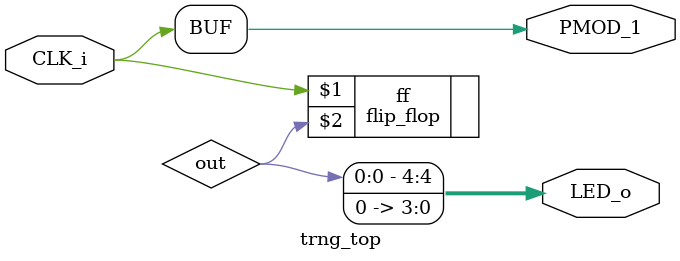
<source format=v>
module trng_top(
    input CLK_i,
    output PMOD_1,
    output [4:0]LED_o
);

    assign PMOD_1 = CLK_i;
    assign LED_o[3:0] = 0;

    assign LED_o[4] = out;

    wire out;

    flip_flop ff(CLK_i, out);

endmodule

</source>
